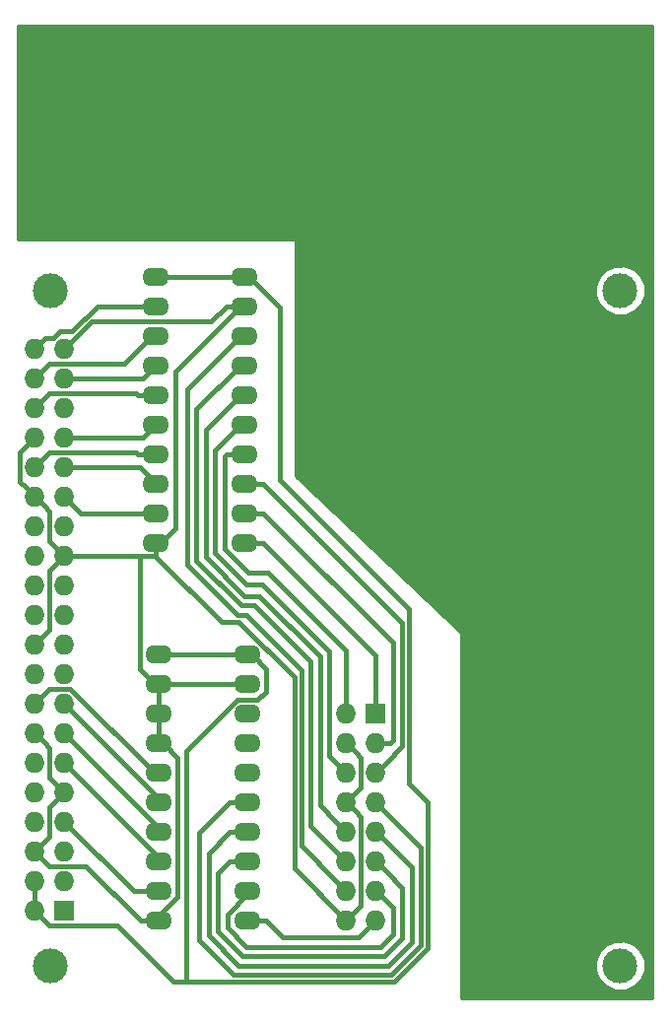
<source format=gbr>
G04 #@! TF.FileFunction,Copper,L2,Bot,Signal*
%FSLAX46Y46*%
G04 Gerber Fmt 4.6, Leading zero omitted, Abs format (unit mm)*
G04 Created by KiCad (PCBNEW 4.0.4-1.fc25-product) date Thu Feb 16 12:06:20 2017*
%MOMM*%
%LPD*%
G01*
G04 APERTURE LIST*
%ADD10C,0.100000*%
%ADD11O,2.300000X1.600000*%
%ADD12C,3.000000*%
%ADD13R,1.727200X1.727200*%
%ADD14O,1.727200X1.727200*%
%ADD15C,0.400000*%
%ADD16C,0.254000*%
G04 APERTURE END LIST*
D10*
D11*
X46880000Y-86800000D03*
X46880000Y-89340000D03*
X46880000Y-91880000D03*
X46880000Y-94420000D03*
X46880000Y-96960000D03*
X46880000Y-99500000D03*
X46880000Y-102040000D03*
X46880000Y-104580000D03*
X46880000Y-107120000D03*
X46880000Y-109660000D03*
X54500000Y-109660000D03*
X54500000Y-107120000D03*
X54500000Y-104580000D03*
X54500000Y-102040000D03*
X54500000Y-99500000D03*
X54500000Y-96960000D03*
X54500000Y-94420000D03*
X54500000Y-91880000D03*
X54500000Y-89340000D03*
X54500000Y-86800000D03*
D12*
X37500000Y-55500000D03*
X86500000Y-113500000D03*
X37500000Y-113500000D03*
X86500000Y-55500000D03*
D13*
X65500000Y-91840000D03*
D14*
X62960000Y-91840000D03*
X65500000Y-94380000D03*
X62960000Y-94380000D03*
X65500000Y-96920000D03*
X62960000Y-96920000D03*
X65500000Y-99460000D03*
X62960000Y-99460000D03*
X65500000Y-102000000D03*
X62960000Y-102000000D03*
X65500000Y-104540000D03*
X62960000Y-104540000D03*
X65500000Y-107080000D03*
X62960000Y-107080000D03*
X65500000Y-109620000D03*
X62960000Y-109620000D03*
D11*
X46630000Y-54300000D03*
X46630000Y-56840000D03*
X46630000Y-59380000D03*
X46630000Y-61920000D03*
X46630000Y-64460000D03*
X46630000Y-67000000D03*
X46630000Y-69540000D03*
X46630000Y-72080000D03*
X46630000Y-74620000D03*
X46630000Y-77160000D03*
X54250000Y-77160000D03*
X54250000Y-74620000D03*
X54250000Y-72080000D03*
X54250000Y-69540000D03*
X54250000Y-67000000D03*
X54250000Y-64460000D03*
X54250000Y-61920000D03*
X54250000Y-59380000D03*
X54250000Y-56840000D03*
X54250000Y-54300000D03*
D13*
X38750000Y-108750000D03*
D14*
X36210000Y-108750000D03*
X38750000Y-106210000D03*
X36210000Y-106210000D03*
X38750000Y-103670000D03*
X36210000Y-103670000D03*
X38750000Y-101130000D03*
X36210000Y-101130000D03*
X38750000Y-98590000D03*
X36210000Y-98590000D03*
X38750000Y-96050000D03*
X36210000Y-96050000D03*
X38750000Y-93510000D03*
X36210000Y-93510000D03*
X38750000Y-90970000D03*
X36210000Y-90970000D03*
X38750000Y-88430000D03*
X36210000Y-88430000D03*
X38750000Y-85890000D03*
X36210000Y-85890000D03*
X38750000Y-83350000D03*
X36210000Y-83350000D03*
X38750000Y-80810000D03*
X36210000Y-80810000D03*
X38750000Y-78270000D03*
X36210000Y-78270000D03*
X38750000Y-75730000D03*
X36210000Y-75730000D03*
X38750000Y-73190000D03*
X36210000Y-73190000D03*
X38750000Y-70650000D03*
X36210000Y-70650000D03*
X38750000Y-68110000D03*
X36210000Y-68110000D03*
X38750000Y-65570000D03*
X36210000Y-65570000D03*
X38750000Y-63030000D03*
X36210000Y-63030000D03*
X38750000Y-60490000D03*
X36210000Y-60490000D03*
D15*
X38750000Y-101130000D02*
X44740000Y-107120000D01*
X44740000Y-107120000D02*
X46880000Y-107120000D01*
X46530000Y-107120000D02*
X46880000Y-107120000D01*
X38750000Y-96050000D02*
X46880000Y-104180000D01*
X46880000Y-104180000D02*
X46880000Y-104580000D01*
X38750000Y-93510000D02*
X46880000Y-101640000D01*
X46880000Y-101640000D02*
X46880000Y-102040000D01*
X38750000Y-90970000D02*
X46880000Y-99100000D01*
X46880000Y-99100000D02*
X46880000Y-99500000D01*
X36210000Y-90970000D02*
X37486399Y-89693601D01*
X39263601Y-89693601D02*
X46530000Y-96960000D01*
X37486399Y-89693601D02*
X39263601Y-89693601D01*
X46530000Y-96960000D02*
X46880000Y-96960000D01*
X38750000Y-73190000D02*
X40180000Y-74620000D01*
X40180000Y-74620000D02*
X46630000Y-74620000D01*
X38750000Y-70650000D02*
X45200000Y-70650000D01*
X45200000Y-70650000D02*
X46630000Y-72080000D01*
X36210000Y-70650000D02*
X37473601Y-69386399D01*
X37473601Y-69386399D02*
X44926399Y-69386399D01*
X44926399Y-69386399D02*
X45080000Y-69540000D01*
X45080000Y-69540000D02*
X46630000Y-69540000D01*
X38750000Y-68110000D02*
X45520000Y-68110000D01*
X45520000Y-68110000D02*
X46630000Y-67000000D01*
X36210000Y-65570000D02*
X37473601Y-64306399D01*
X37473601Y-64306399D02*
X44926399Y-64306399D01*
X44926399Y-64306399D02*
X45080000Y-64460000D01*
X45080000Y-64460000D02*
X46630000Y-64460000D01*
X38750000Y-63030000D02*
X45520000Y-63030000D01*
X45520000Y-63030000D02*
X46630000Y-61920000D01*
X36210000Y-63030000D02*
X37486399Y-61753601D01*
X37486399Y-61753601D02*
X43906399Y-61753601D01*
X43906399Y-61753601D02*
X46280000Y-59380000D01*
X46280000Y-59380000D02*
X46630000Y-59380000D01*
X43500000Y-56840000D02*
X44000000Y-56840000D01*
X41551458Y-56840000D02*
X43500000Y-56840000D01*
X44000000Y-56840000D02*
X45080000Y-56840000D01*
X38369870Y-59000000D02*
X39391458Y-59000000D01*
X39391458Y-59000000D02*
X41551458Y-56840000D01*
X45080000Y-56840000D02*
X46630000Y-56840000D01*
X36210000Y-60490000D02*
X37073599Y-59626401D01*
X37073599Y-59626401D02*
X37743469Y-59626401D01*
X37743469Y-59626401D02*
X38369870Y-59000000D01*
X54250000Y-77160000D02*
X55800000Y-77160000D01*
X55800000Y-77160000D02*
X65500000Y-86860000D01*
X65500000Y-86860000D02*
X65500000Y-90576400D01*
X65500000Y-90576400D02*
X65500000Y-91840000D01*
X54250000Y-69540000D02*
X52700000Y-69540000D01*
X52499990Y-69740010D02*
X52499990Y-77739903D01*
X52700000Y-69540000D02*
X52499990Y-69740010D01*
X52499990Y-77739903D02*
X54510087Y-79750000D01*
X54510087Y-79750000D02*
X56250000Y-79750000D01*
X56250000Y-79750000D02*
X62960000Y-86460000D01*
X62960000Y-86460000D02*
X62960000Y-91840000D01*
X54250000Y-74620000D02*
X55800000Y-74620000D01*
X66963601Y-85783601D02*
X66963601Y-94137713D01*
X55800000Y-74620000D02*
X66963601Y-85783601D01*
X66963601Y-94137713D02*
X66721314Y-94380000D01*
X66721314Y-94380000D02*
X65500000Y-94380000D01*
X46880000Y-91880000D02*
X46880000Y-89340000D01*
X46880000Y-94420000D02*
X46880000Y-91880000D01*
X36210000Y-103670000D02*
X37486399Y-104946399D01*
X37486399Y-104946399D02*
X40616399Y-104946399D01*
X40616399Y-104946399D02*
X45330000Y-109660000D01*
X45330000Y-109660000D02*
X46880000Y-109660000D01*
X48250000Y-62490000D02*
X48250000Y-75890000D01*
X48250000Y-75890000D02*
X46980000Y-77160000D01*
X46980000Y-77160000D02*
X46630000Y-77160000D01*
X54250000Y-56840000D02*
X53900000Y-56840000D01*
X53900000Y-56840000D02*
X48250000Y-62490000D01*
X36210000Y-68110000D02*
X34946399Y-69373601D01*
X34946399Y-69373601D02*
X34946399Y-71926399D01*
X34946399Y-71926399D02*
X35346401Y-72326401D01*
X35346401Y-72326401D02*
X36210000Y-73190000D01*
X38750000Y-78270000D02*
X45250000Y-78270000D01*
X45250000Y-78270000D02*
X46540000Y-78270000D01*
X46880000Y-89340000D02*
X46530000Y-89340000D01*
X46530000Y-89340000D02*
X45250000Y-88060000D01*
X45250000Y-88060000D02*
X45250000Y-78270000D01*
X38750000Y-98590000D02*
X37486399Y-97326399D01*
X37486399Y-97326399D02*
X37486399Y-94786399D01*
X37486399Y-94786399D02*
X37073599Y-94373599D01*
X37073599Y-94373599D02*
X36210000Y-93510000D01*
X36210000Y-103670000D02*
X37486399Y-102393601D01*
X37486399Y-102393601D02*
X37486399Y-99853601D01*
X37486399Y-99853601D02*
X37886401Y-99453599D01*
X37886401Y-99453599D02*
X38750000Y-98590000D01*
X36210000Y-85890000D02*
X37486399Y-84613601D01*
X37486399Y-84613601D02*
X37486399Y-79533601D01*
X37486399Y-79533601D02*
X37886401Y-79133599D01*
X37886401Y-79133599D02*
X38750000Y-78270000D01*
X38750000Y-78270000D02*
X37473601Y-76993601D01*
X37473601Y-76993601D02*
X37473601Y-74453601D01*
X37473601Y-74453601D02*
X37073599Y-74053599D01*
X37073599Y-74053599D02*
X36210000Y-73190000D01*
X46540000Y-78270000D02*
X46630000Y-78360000D01*
X38750000Y-60490000D02*
X41060010Y-58179990D01*
X41060010Y-58179990D02*
X51360010Y-58179990D01*
X51360010Y-58179990D02*
X52700000Y-56840000D01*
X52700000Y-56840000D02*
X54250000Y-56840000D01*
X46630000Y-78360000D02*
X46630000Y-77160000D01*
X48430010Y-107617060D02*
X48430010Y-98250000D01*
X48430010Y-98250000D02*
X48430010Y-95620010D01*
X62960000Y-109620000D02*
X58496359Y-105156359D01*
X58496359Y-105156359D02*
X58496359Y-88749289D01*
X52220030Y-83950030D02*
X46630000Y-78360000D01*
X58496359Y-88749289D02*
X53697100Y-83950030D01*
X53697100Y-83950030D02*
X52220030Y-83950030D01*
X46880000Y-109660000D02*
X46880000Y-109167070D01*
X46880000Y-109167070D02*
X48430010Y-107617060D01*
X48430010Y-95620010D02*
X47230000Y-94420000D01*
X54850000Y-89340000D02*
X54500000Y-89340000D01*
X46880000Y-109660000D02*
X47230000Y-109660000D01*
X62960000Y-109620000D02*
X64236399Y-108343601D01*
X64236399Y-108343601D02*
X64236399Y-100736399D01*
X64236399Y-100736399D02*
X63823599Y-100323599D01*
X63823599Y-100323599D02*
X62960000Y-99460000D01*
X62960000Y-99460000D02*
X64223601Y-98196399D01*
X64223601Y-98196399D02*
X64223601Y-95643601D01*
X64223601Y-95643601D02*
X63823599Y-95243599D01*
X63823599Y-95243599D02*
X62960000Y-94380000D01*
X46880000Y-89340000D02*
X48430000Y-89340000D01*
X48430000Y-89340000D02*
X54500000Y-89340000D01*
X54250000Y-72080000D02*
X55800000Y-72080000D01*
X55800000Y-72080000D02*
X67763611Y-84043611D01*
X67763611Y-84043611D02*
X67763611Y-94656389D01*
X67763611Y-94656389D02*
X66363599Y-96056401D01*
X66363599Y-96056401D02*
X65500000Y-96920000D01*
X55750000Y-80750000D02*
X61496399Y-86496399D01*
X61496399Y-86496399D02*
X61496399Y-95456399D01*
X61496399Y-95456399D02*
X62096401Y-96056401D01*
X62096401Y-96056401D02*
X62960000Y-96920000D01*
X54378703Y-80750000D02*
X55750000Y-80750000D01*
X54250000Y-67000000D02*
X53900000Y-67000000D01*
X53900000Y-67000000D02*
X51699980Y-69200020D01*
X51699980Y-69200020D02*
X51699980Y-78071277D01*
X51699980Y-78071277D02*
X54378703Y-80750000D01*
X69363631Y-111780521D02*
X69363631Y-103323631D01*
X69363631Y-103323631D02*
X65500000Y-99460000D01*
X50349960Y-111349960D02*
X53283641Y-114283641D01*
X53283641Y-114283641D02*
X66860511Y-114283641D01*
X66860511Y-114283641D02*
X69363631Y-111780521D01*
X54500000Y-99500000D02*
X52950000Y-99500000D01*
X52950000Y-99500000D02*
X50349960Y-102100040D01*
X50349960Y-102100040D02*
X50349960Y-111349960D01*
X54500000Y-102040000D02*
X52950000Y-102040000D01*
X52950000Y-102040000D02*
X51149970Y-103840030D01*
X51149970Y-103840030D02*
X51149970Y-110902651D01*
X68563621Y-111449147D02*
X68563621Y-105063621D01*
X51149970Y-110902651D02*
X53730950Y-113483631D01*
X53730950Y-113483631D02*
X66529137Y-113483631D01*
X66529137Y-113483631D02*
X68563621Y-111449147D01*
X68563621Y-105063621D02*
X66363599Y-102863599D01*
X66363599Y-102863599D02*
X65500000Y-102000000D01*
X55500000Y-81750000D02*
X60696389Y-86946389D01*
X60696389Y-99736389D02*
X62096401Y-101136401D01*
X60696389Y-86946389D02*
X60696389Y-99736389D01*
X62096401Y-101136401D02*
X62960000Y-102000000D01*
X50899970Y-78402651D02*
X54247319Y-81750000D01*
X54247319Y-81750000D02*
X55500000Y-81750000D01*
X54250000Y-64460000D02*
X53900000Y-64460000D01*
X53900000Y-64460000D02*
X50899970Y-67460030D01*
X50899970Y-67460030D02*
X50899970Y-78402651D01*
X54500000Y-104580000D02*
X52950000Y-104580000D01*
X66363599Y-105403599D02*
X65500000Y-104540000D01*
X52950000Y-104580000D02*
X51949980Y-105580020D01*
X51949980Y-105580020D02*
X51949980Y-110571277D01*
X67763611Y-106803611D02*
X66363599Y-105403599D01*
X51949980Y-110571277D02*
X54062324Y-112683621D01*
X54062324Y-112683621D02*
X66197763Y-112683621D01*
X66197763Y-112683621D02*
X67763611Y-111117773D01*
X67763611Y-111117773D02*
X67763611Y-106803611D01*
X54250000Y-61920000D02*
X53900000Y-61920000D01*
X53900000Y-61920000D02*
X50099960Y-65720040D01*
X50099960Y-65720040D02*
X50099960Y-78734025D01*
X50099960Y-78734025D02*
X53915945Y-82550010D01*
X59896379Y-87396379D02*
X59896379Y-101476379D01*
X53915945Y-82550010D02*
X55050010Y-82550010D01*
X55050010Y-82550010D02*
X59896379Y-87396379D01*
X59896379Y-101476379D02*
X62096401Y-103676401D01*
X62096401Y-103676401D02*
X62960000Y-104540000D01*
X65866389Y-111883611D02*
X66963601Y-110786399D01*
X66963601Y-110786399D02*
X66963601Y-108543601D01*
X66963601Y-108543601D02*
X66363599Y-107943599D01*
X66363599Y-107943599D02*
X65500000Y-107080000D01*
X54500000Y-107120000D02*
X54500000Y-107330087D01*
X54500000Y-107330087D02*
X52749990Y-109080097D01*
X52749990Y-109080097D02*
X52749990Y-110239903D01*
X52749990Y-110239903D02*
X54393698Y-111883611D01*
X54393698Y-111883611D02*
X65866389Y-111883611D01*
X54350020Y-83350020D02*
X59096369Y-88096369D01*
X59096369Y-88096369D02*
X59096369Y-103216369D01*
X59096369Y-103216369D02*
X62096401Y-106216401D01*
X62096401Y-106216401D02*
X62960000Y-107080000D01*
X53584571Y-83350020D02*
X54350020Y-83350020D01*
X54250000Y-59380000D02*
X53900000Y-59380000D01*
X53900000Y-59380000D02*
X49299950Y-63980050D01*
X49299950Y-63980050D02*
X49299950Y-79065399D01*
X49299950Y-79065399D02*
X53584571Y-83350020D01*
X54500000Y-109660000D02*
X56050000Y-109660000D01*
X56050000Y-109660000D02*
X57473601Y-111083601D01*
X57473601Y-111083601D02*
X64036399Y-111083601D01*
X64036399Y-111083601D02*
X64636401Y-110483599D01*
X64636401Y-110483599D02*
X65500000Y-109620000D01*
X43263601Y-110013601D02*
X48133651Y-114883651D01*
X48133651Y-114883651D02*
X49250000Y-114883651D01*
X36210000Y-108750000D02*
X37473601Y-110013601D01*
X37473601Y-110013601D02*
X43263601Y-110013601D01*
X36210000Y-106210000D02*
X36210000Y-108750000D01*
X49250000Y-114883651D02*
X67109043Y-114883651D01*
X67109043Y-114883651D02*
X69963641Y-112029053D01*
X69963641Y-99463641D02*
X68363621Y-97863621D01*
X69963641Y-112029053D02*
X69963641Y-99463641D01*
X68363621Y-97863621D02*
X68363621Y-82863621D01*
X68363621Y-82863621D02*
X57250000Y-71750000D01*
X57250000Y-71750000D02*
X57250000Y-56950000D01*
X57250000Y-56950000D02*
X54600000Y-54300000D01*
X54600000Y-54300000D02*
X54250000Y-54300000D01*
X54850000Y-86800000D02*
X56050010Y-88000010D01*
X54500000Y-86800000D02*
X54850000Y-86800000D01*
X56050010Y-88000010D02*
X56050010Y-89977040D01*
X55347060Y-90679990D02*
X53652940Y-90679990D01*
X56050010Y-89977040D02*
X55347060Y-90679990D01*
X53652940Y-90679990D02*
X49250000Y-95082930D01*
X49250000Y-95082930D02*
X49250000Y-114883651D01*
X46630000Y-54300000D02*
X54250000Y-54300000D01*
X46880000Y-86800000D02*
X54500000Y-86800000D01*
D16*
G36*
X89290000Y-116290000D02*
X72877000Y-116290000D01*
X72877000Y-113116187D01*
X84357277Y-113116187D01*
X84364982Y-113519454D01*
X84364630Y-113922815D01*
X84373080Y-113943266D01*
X84373503Y-113965387D01*
X84667261Y-114674582D01*
X84677343Y-114679635D01*
X84688980Y-114707800D01*
X85289041Y-115308909D01*
X85319895Y-115321721D01*
X85325418Y-115332739D01*
X85700954Y-115479950D01*
X86073459Y-115634628D01*
X86095586Y-115634647D01*
X86116187Y-115642723D01*
X86519454Y-115635018D01*
X86922815Y-115635370D01*
X86943266Y-115626920D01*
X86965387Y-115626497D01*
X87674582Y-115332739D01*
X87679635Y-115322657D01*
X87707800Y-115311020D01*
X88308909Y-114710959D01*
X88321721Y-114680105D01*
X88332739Y-114674582D01*
X88479950Y-114299046D01*
X88634628Y-113926541D01*
X88634647Y-113904414D01*
X88642723Y-113883813D01*
X88635018Y-113480546D01*
X88635370Y-113077185D01*
X88626920Y-113056734D01*
X88626497Y-113034613D01*
X88332739Y-112325418D01*
X88322657Y-112320365D01*
X88311020Y-112292200D01*
X87710959Y-111691091D01*
X87680105Y-111678279D01*
X87674582Y-111667261D01*
X87299046Y-111520050D01*
X86926541Y-111365372D01*
X86904414Y-111365353D01*
X86883813Y-111357277D01*
X86480546Y-111364982D01*
X86077185Y-111364630D01*
X86056734Y-111373080D01*
X86034613Y-111373503D01*
X85325418Y-111667261D01*
X85320365Y-111677343D01*
X85292200Y-111688980D01*
X84691091Y-112289041D01*
X84678279Y-112319895D01*
X84667261Y-112325418D01*
X84520050Y-112700954D01*
X84365372Y-113073459D01*
X84365353Y-113095586D01*
X84357277Y-113116187D01*
X72877000Y-113116187D01*
X72877000Y-85000000D01*
X72866994Y-84950590D01*
X72837344Y-84907804D01*
X58627000Y-71445373D01*
X58627000Y-55116187D01*
X84357277Y-55116187D01*
X84364982Y-55519454D01*
X84364630Y-55922815D01*
X84373080Y-55943266D01*
X84373503Y-55965387D01*
X84667261Y-56674582D01*
X84677343Y-56679635D01*
X84688980Y-56707800D01*
X85289041Y-57308909D01*
X85319895Y-57321721D01*
X85325418Y-57332739D01*
X85700954Y-57479950D01*
X86073459Y-57634628D01*
X86095586Y-57634647D01*
X86116187Y-57642723D01*
X86519454Y-57635018D01*
X86922815Y-57635370D01*
X86943266Y-57626920D01*
X86965387Y-57626497D01*
X87674582Y-57332739D01*
X87679635Y-57322657D01*
X87707800Y-57311020D01*
X88308909Y-56710959D01*
X88321721Y-56680105D01*
X88332739Y-56674582D01*
X88479950Y-56299046D01*
X88634628Y-55926541D01*
X88634647Y-55904414D01*
X88642723Y-55883813D01*
X88635018Y-55480546D01*
X88635370Y-55077185D01*
X88626920Y-55056734D01*
X88626497Y-55034613D01*
X88332739Y-54325418D01*
X88322657Y-54320365D01*
X88311020Y-54292200D01*
X87710959Y-53691091D01*
X87680105Y-53678279D01*
X87674582Y-53667261D01*
X87299046Y-53520050D01*
X86926541Y-53365372D01*
X86904414Y-53365353D01*
X86883813Y-53357277D01*
X86480546Y-53364982D01*
X86077185Y-53364630D01*
X86056734Y-53373080D01*
X86034613Y-53373503D01*
X85325418Y-53667261D01*
X85320365Y-53677343D01*
X85292200Y-53688980D01*
X84691091Y-54289041D01*
X84678279Y-54319895D01*
X84667261Y-54325418D01*
X84520050Y-54700954D01*
X84365372Y-55073459D01*
X84365353Y-55095586D01*
X84357277Y-55116187D01*
X58627000Y-55116187D01*
X58627000Y-51250000D01*
X58616994Y-51200590D01*
X58588553Y-51158965D01*
X58546159Y-51131685D01*
X58500000Y-51123000D01*
X34710000Y-51123000D01*
X34710000Y-32710000D01*
X89290000Y-32710000D01*
X89290000Y-116290000D01*
X89290000Y-116290000D01*
G37*
X89290000Y-116290000D02*
X72877000Y-116290000D01*
X72877000Y-113116187D01*
X84357277Y-113116187D01*
X84364982Y-113519454D01*
X84364630Y-113922815D01*
X84373080Y-113943266D01*
X84373503Y-113965387D01*
X84667261Y-114674582D01*
X84677343Y-114679635D01*
X84688980Y-114707800D01*
X85289041Y-115308909D01*
X85319895Y-115321721D01*
X85325418Y-115332739D01*
X85700954Y-115479950D01*
X86073459Y-115634628D01*
X86095586Y-115634647D01*
X86116187Y-115642723D01*
X86519454Y-115635018D01*
X86922815Y-115635370D01*
X86943266Y-115626920D01*
X86965387Y-115626497D01*
X87674582Y-115332739D01*
X87679635Y-115322657D01*
X87707800Y-115311020D01*
X88308909Y-114710959D01*
X88321721Y-114680105D01*
X88332739Y-114674582D01*
X88479950Y-114299046D01*
X88634628Y-113926541D01*
X88634647Y-113904414D01*
X88642723Y-113883813D01*
X88635018Y-113480546D01*
X88635370Y-113077185D01*
X88626920Y-113056734D01*
X88626497Y-113034613D01*
X88332739Y-112325418D01*
X88322657Y-112320365D01*
X88311020Y-112292200D01*
X87710959Y-111691091D01*
X87680105Y-111678279D01*
X87674582Y-111667261D01*
X87299046Y-111520050D01*
X86926541Y-111365372D01*
X86904414Y-111365353D01*
X86883813Y-111357277D01*
X86480546Y-111364982D01*
X86077185Y-111364630D01*
X86056734Y-111373080D01*
X86034613Y-111373503D01*
X85325418Y-111667261D01*
X85320365Y-111677343D01*
X85292200Y-111688980D01*
X84691091Y-112289041D01*
X84678279Y-112319895D01*
X84667261Y-112325418D01*
X84520050Y-112700954D01*
X84365372Y-113073459D01*
X84365353Y-113095586D01*
X84357277Y-113116187D01*
X72877000Y-113116187D01*
X72877000Y-85000000D01*
X72866994Y-84950590D01*
X72837344Y-84907804D01*
X58627000Y-71445373D01*
X58627000Y-55116187D01*
X84357277Y-55116187D01*
X84364982Y-55519454D01*
X84364630Y-55922815D01*
X84373080Y-55943266D01*
X84373503Y-55965387D01*
X84667261Y-56674582D01*
X84677343Y-56679635D01*
X84688980Y-56707800D01*
X85289041Y-57308909D01*
X85319895Y-57321721D01*
X85325418Y-57332739D01*
X85700954Y-57479950D01*
X86073459Y-57634628D01*
X86095586Y-57634647D01*
X86116187Y-57642723D01*
X86519454Y-57635018D01*
X86922815Y-57635370D01*
X86943266Y-57626920D01*
X86965387Y-57626497D01*
X87674582Y-57332739D01*
X87679635Y-57322657D01*
X87707800Y-57311020D01*
X88308909Y-56710959D01*
X88321721Y-56680105D01*
X88332739Y-56674582D01*
X88479950Y-56299046D01*
X88634628Y-55926541D01*
X88634647Y-55904414D01*
X88642723Y-55883813D01*
X88635018Y-55480546D01*
X88635370Y-55077185D01*
X88626920Y-55056734D01*
X88626497Y-55034613D01*
X88332739Y-54325418D01*
X88322657Y-54320365D01*
X88311020Y-54292200D01*
X87710959Y-53691091D01*
X87680105Y-53678279D01*
X87674582Y-53667261D01*
X87299046Y-53520050D01*
X86926541Y-53365372D01*
X86904414Y-53365353D01*
X86883813Y-53357277D01*
X86480546Y-53364982D01*
X86077185Y-53364630D01*
X86056734Y-53373080D01*
X86034613Y-53373503D01*
X85325418Y-53667261D01*
X85320365Y-53677343D01*
X85292200Y-53688980D01*
X84691091Y-54289041D01*
X84678279Y-54319895D01*
X84667261Y-54325418D01*
X84520050Y-54700954D01*
X84365372Y-55073459D01*
X84365353Y-55095586D01*
X84357277Y-55116187D01*
X58627000Y-55116187D01*
X58627000Y-51250000D01*
X58616994Y-51200590D01*
X58588553Y-51158965D01*
X58546159Y-51131685D01*
X58500000Y-51123000D01*
X34710000Y-51123000D01*
X34710000Y-32710000D01*
X89290000Y-32710000D01*
X89290000Y-116290000D01*
M02*

</source>
